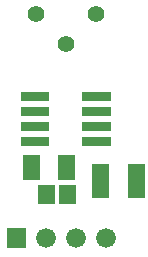
<source format=gbr>
G04 start of page 5 for group -4063 idx -4063 *
G04 Title: (unknown), componentmask *
G04 Creator: pcb 20100929 *
G04 CreationDate: Wed Aug 24 19:23:26 2011 UTC *
G04 For: user1 *
G04 Format: Gerber/RS-274X *
G04 PCB-Dimensions: 600000 500000 *
G04 PCB-Coordinate-Origin: lower left *
%MOIN*%
%FSLAX25Y25*%
%LNFRONTMASK*%
%ADD11C,0.0200*%
%ADD23C,0.0560*%
%ADD24C,0.0660*%
%ADD25R,0.0572X0.0572*%
%ADD26R,0.0300X0.0300*%
G54D23*X140000Y435000D03*
X120000D03*
X130000Y425000D03*
G54D11*G36*
X110200Y363800D02*Y357200D01*
X116800D01*
Y363800D01*
X110200D01*
G37*
G54D24*X123500Y360500D03*
X133500D03*
X143500D03*
G54D25*X153405Y382255D02*Y376745D01*
G54D26*X137000Y392500D02*X143500D01*
X137000Y397500D02*X143500D01*
G54D25*X123414Y375393D02*Y374607D01*
X130500Y375393D02*Y374607D01*
X141595Y382255D02*Y376745D01*
X130310Y385181D02*Y382819D01*
G54D26*X116500Y407500D02*X123000D01*
X116500Y402500D02*X123000D01*
X116500Y397500D02*X123000D01*
X116500Y392500D02*X123000D01*
X137000Y402500D02*X143500D01*
X137000Y407500D02*X143500D01*
G54D25*X118500Y385181D02*Y382819D01*
M02*

</source>
